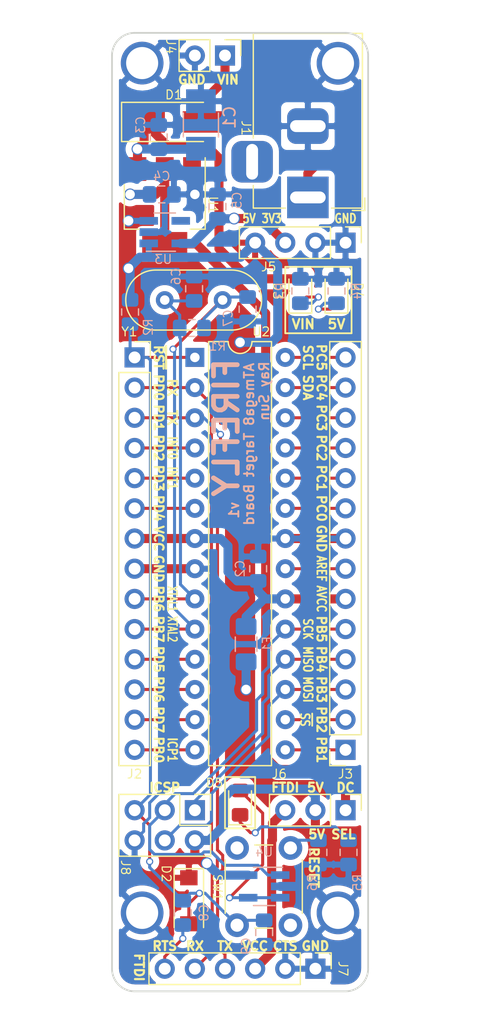
<source format=kicad_pcb>
(kicad_pcb (version 20171130) (host pcbnew "(5.0.0)")
  (title_block (title "FireFly v1") (date 2018-09-26) (rev A) (comment 2 "California Institute of Technology") (comment 3 "EE Class of 2020") (comment 4 "Ray Sun"))
  (layers (0 F.Cu signal) (31 B.Cu signal) (34 B.Paste user) (35 F.Paste user) (36 B.SilkS user) (37 F.SilkS user) (38 B.Mask user) (39 F.Mask user) (44 Edge.Cuts user))
  (net 0 "")
  (net 1 GND)
  (net 2 /OSC1)
  (net 3 /OSC2)
  (net 4 /P1)
  (net 5 /RTS#)
  (net 6 /P2)
  (net 7 /P3)
  (net 8 /P4)
  (net 9 /P5)
  (net 10 /P6)
  (net 11 +5V)
  (net 12 /P11)
  (net 13 /P12)
  (net 14 /P13)
  (net 15 /P14)
  (net 16 /P15)
  (net 17 /P16)
  (net 18 /P19)
  (net 19 /P20)
  (net 20 /P23)
  (net 21 /P24)
  (net 22 /P25)
  (net 23 /P26)
  (net 24 /P27)
  (net 25 /P28)
  (net 26 VDD)
  (net 27 +3V3)
  (net 28 "Net-(D3-Pad1)")
  (net 29 "Net-(D4-Pad1)")
  (net 30 /MOSI)
  (net 31 /MISO)
  (net 32 /P21)
  (net 33 "Net-(D5-Pad2)")
  (net 34 "Net-(D5-Pad1)")
  (net 35 "Net-(R6-Pad2)")
  (net 36 "Net-(U3-Pad4)")
  (net 37 /DC_5V)
  (net 38 /USB_5V)
  (net 39 /VIN)
  (module Mounting_Holes:MountingHole_2.7mm_M2.5_Pad (layer F.Cu) (at 159.131 66.693)
    (fp_text reference REF** hide)
    (fp_text value MountingHole_2.7mm_M2.5_Pad)
    (pad 1 thru_hole circle (at 0 0) (size 3.6 3.6) (drill 2.7) (layers *.Cu *.Mask) (net 1 GND))
  )
  (module Connector_PinHeader_2.54mm:PinHeader_2x03_P2.54mm_Vertical (layer F.Cu) (at 147.066 129.54 270)
    (fp_text reference J8 (at 4.826 5.842 270 unlocked) (layer F.SilkS) (effects (font (size 0.75 0.75) (thickness 0.1))))
    (fp_text value Conn_02x03_Odd_Even)
    (pad 6 thru_hole oval (at 2.54 5.08 270) (size 1.7 1.7) (drill 1) (layers *.Cu *.Mask) (net 1 GND))
    (pad 5 thru_hole oval (at 0 5.08 270) (size 1.7 1.7) (drill 1) (layers *.Cu *.Mask) (net 4 /P1))
    (pad 4 thru_hole oval (at 2.54 2.54 270) (size 1.7 1.7) (drill 1) (layers *.Cu *.Mask) (net 30 /MOSI))
    (pad 3 thru_hole oval (at 0 2.54 270) (size 1.7 1.7) (drill 1) (layers *.Cu *.Mask) (net 18 /P19))
    (pad 2 thru_hole oval (at 2.54 0 270) (size 1.7 1.7) (drill 1) (layers *.Cu *.Mask) (net 11 +5V))
    (pad 1 thru_hole rect (at 0 0 270) (size 1.7 1.7) (drill 1) (layers *.Cu *.Mask) (net 31 /MISO))
  )
  (module Mounting_Holes:MountingHole_2.7mm_M2.5_Pad (layer F.Cu) (at 142.621 66.675)
    (fp_text reference REF** hide)
    (fp_text value MountingHole_2.7mm_M2.5_Pad)
    (pad 1 thru_hole circle (at 0 0) (size 3.6 3.6) (drill 2.7) (layers *.Cu *.Mask) (net 1 GND))
  )
  (module Mounting_Holes:MountingHole_2.7mm_M2.5_Pad (layer F.Cu) (at 159.131 138.176)
    (fp_text reference REF** hide)
    (fp_text value MountingHole_2.7mm_M2.5_Pad)
    (pad 1 thru_hole circle (at 0 0) (size 3.6 3.6) (drill 2.7) (layers *.Cu *.Mask) (net 1 GND))
  )
  (module Mounting_Holes:MountingHole_2.7mm_M2.5_Pad (layer F.Cu) (at 142.621 138.176)
    (fp_text reference REF** hide)
    (fp_text value MountingHole_2.7mm_M2.5_Pad)
    (pad 1 thru_hole circle (at 0 0) (size 3.6 3.6) (drill 2.7) (layers *.Cu *.Mask) (net 1 GND))
  )
  (module Button_Switch_THT:SW_PUSH_6mm (layer F.Cu) (at 150.622 139.215 90)
    (fp_text reference SW1 (at 3.175 -1.651 270 unlocked) (layer F.SilkS) (effects (font (size 0.75 0.75) (thickness 0.1))))
    (fp_text value SW_Push)
    (pad 2 thru_hole circle (at 0 4.5 180) (size 2 2) (drill 1.1) (layers *.Cu *.Mask) (net 35 "Net-(R6-Pad2)"))
    (pad 1 thru_hole circle (at 0 0 180) (size 2 2) (drill 1.1) (layers *.Cu *.Mask) (net 4 /P1))
    (pad 2 thru_hole circle (at 6.5 4.5 180) (size 2 2) (drill 1.1) (layers *.Cu *.Mask) (net 35 "Net-(R6-Pad2)"))
    (pad 1 thru_hole circle (at 6.5 0 180) (size 2 2) (drill 1.1) (layers *.Cu *.Mask) (net 4 /P1))
  )
  (module Connector_PinHeader_2.54mm:PinHeader_1x03_P2.54mm_Vertical (layer F.Cu) (at 159.766 129.54 270)
    (fp_text reference J6 (at -3.048 5.588 unlocked) (layer F.SilkS) (effects (font (size 0.75 0.75) (thickness 0.1))))
    (fp_text value Power_Jumper)
    (pad 3 thru_hole oval (at 0 5.08 270) (size 1.7 1.7) (drill 1) (layers *.Cu *.Mask) (net 38 /USB_5V))
    (pad 2 thru_hole oval (at 0 2.54 270) (size 1.7 1.7) (drill 1) (layers *.Cu *.Mask) (net 11 +5V))
    (pad 1 thru_hole rect (at 0 0 270) (size 1.7 1.7) (drill 1) (layers *.Cu *.Mask) (net 37 /DC_5V))
  )
  (module Connector_PinHeader_2.54mm:PinHeader_1x04_P2.54mm_Vertical (layer F.Cu) (at 159.766 81.788 270)
    (fp_text reference J5 (at 2.032 6.477 unlocked) (layer F.SilkS) (effects (font (size 0.75 0.75) (thickness 0.1))))
    (fp_text value Conn_01x04)
    (pad 4 thru_hole oval (at 0 7.62 270) (size 1.7 1.7) (drill 1) (layers *.Cu *.Mask) (net 11 +5V))
    (pad 3 thru_hole oval (at 0 5.08 270) (size 1.7 1.7) (drill 1) (layers *.Cu *.Mask) (net 27 +3V3))
    (pad 2 thru_hole oval (at 0 2.54 270) (size 1.7 1.7) (drill 1) (layers *.Cu *.Mask) (net 1 GND))
    (pad 1 thru_hole rect (at 0 0 270) (size 1.7 1.7) (drill 1) (layers *.Cu *.Mask) (net 1 GND))
  )
  (module Connector_PinHeader_2.54mm:PinHeader_1x06_P2.54mm_Vertical (layer F.Cu) (at 157.226 142.875 270)
    (fp_text reference J7 (at 0 -2.33 270 unlocked) (layer F.SilkS) (effects (font (size 0.75 0.75) (thickness 0.1))))
    (fp_text value Conn_01x06)
    (pad 6 thru_hole oval (at 0 12.7 270) (size 1.7 1.7) (drill 1) (layers *.Cu *.Mask) (net 5 /RTS#))
    (pad 5 thru_hole oval (at 0 10.16 270) (size 1.7 1.7) (drill 1) (layers *.Cu *.Mask) (net 6 /P2))
    (pad 4 thru_hole oval (at 0 7.62 270) (size 1.7 1.7) (drill 1) (layers *.Cu *.Mask) (net 7 /P3))
    (pad 3 thru_hole oval (at 0 5.08 270) (size 1.7 1.7) (drill 1) (layers *.Cu *.Mask) (net 38 /USB_5V))
    (pad 2 thru_hole oval (at 0 2.54 270) (size 1.7 1.7) (drill 1) (layers *.Cu *.Mask) (net 1 GND))
    (pad 1 thru_hole rect (at 0 0 270) (size 1.7 1.7) (drill 1) (layers *.Cu *.Mask) (net 1 GND))
  )
  (module Diodes_SMD:D_2010 (layer F.Cu) (at 146.558 137.16 270)
    (fp_text reference D2 (at -2.286 1.905 270 unlocked) (layer F.SilkS) (effects (font (size 0.75 0.75) (thickness 0.1))))
    (fp_text value CD1206-S01575)
    (pad 1 smd rect (at -1.935 0 270) (size 1.27 1.47) (layers F.Cu F.Paste F.Mask) (net 11 +5V))
    (pad 2 smd rect (at 1.935 0 270) (size 1.27 1.47) (layers F.Cu F.Paste F.Mask) (net 4 /P1))
  )
  (module Package_TO_SOT_SMD:SOT-223-3_TabPin2 (layer F.Cu) (at 144.526 78.74 270)
    (fp_text reference U1 (at -0.127 -4.064 270 unlocked) (layer F.SilkS) (effects (font (size 0.75 0.75) (thickness 0.1))))
    (fp_text value NCP1117-5.0_SOT223 hide)
    (pad 1 smd rect (at -3.15 -2.3 270) (size 2 1.5) (layers F.Cu F.Paste F.Mask) (net 1 GND))
    (pad 3 smd rect (at -3.15 2.3 270) (size 2 1.5) (layers F.Cu F.Paste F.Mask) (net 26 VDD))
    (pad 2 smd rect (at -3.15 0 270) (size 2 1.5) (layers F.Cu F.Paste F.Mask) (net 37 /DC_5V))
    (pad 2 smd rect (at 3.15 0 270) (size 2 3.8) (layers F.Cu F.Paste F.Mask) (net 37 /DC_5V))
  )
  (module Capacitor_SMD:C_0805_2012Metric_Pad1.15x1.40mm_HandSolder (layer B.Cu) (at 152.4 109.22 90)
    (fp_text reference C2 (at 0 -1.524 270) (layer B.SilkS) (effects (font (size 0.75 0.75) (thickness 0.1)) (justify mirror)))
    (fp_text value 0.1uF)
    (pad 2 smd roundrect (at 1.025 0 90) (size 1.15 1.4) (layers B.Cu B.Paste B.Mask) (roundrect_rratio 0.217391) (net 1 GND))
    (pad 1 smd roundrect (at -1.025 0 90) (size 1.15 1.4) (layers B.Cu B.Paste B.Mask) (roundrect_rratio 0.217391) (net 19 /P20))
  )
  (module Capacitor_SMD:C_0805_2012Metric_Pad1.15x1.40mm_HandSolder (layer B.Cu) (at 144.018 72.898 90)
    (fp_text reference C3 (at 1.016 -1.524 90) (layer B.SilkS) (effects (font (size 0.75 0.75) (thickness 0.1)) (justify mirror)))
    (fp_text value 10uF)
    (pad 1 smd roundrect (at -1.025 0 90) (size 1.15 1.4) (layers B.Cu B.Paste B.Mask) (roundrect_rratio 0.217391) (net 26 VDD))
    (pad 2 smd roundrect (at 1.025 0 90) (size 1.15 1.4) (layers B.Cu B.Paste B.Mask) (roundrect_rratio 0.217391) (net 1 GND))
  )
  (module Capacitor_SMD:C_0805_2012Metric_Pad1.15x1.40mm_HandSolder (layer B.Cu) (at 144.272 77.724)
    (fp_text reference C4 (at 0 -1.524) (layer B.SilkS) (effects (font (size 0.75 0.75) (thickness 0.1)) (justify mirror)))
    (fp_text value 10uF)
    (pad 2 smd roundrect (at 1.025 0) (size 1.15 1.4) (layers B.Cu B.Paste B.Mask) (roundrect_rratio 0.217391) (net 1 GND))
    (pad 1 smd roundrect (at -1.025 0) (size 1.15 1.4) (layers B.Cu B.Paste B.Mask) (roundrect_rratio 0.217391) (net 37 /DC_5V))
  )
  (module Capacitor_SMD:C_0805_2012Metric_Pad1.15x1.40mm_HandSolder (layer B.Cu) (at 148.971 78.749 90)
    (fp_text reference C5 (at 0.517 1.65 90 unlocked) (layer B.SilkS) (effects (font (size 0.75 0.75) (thickness 0.1)) (justify mirror)))
    (fp_text value 1uF)
    (pad 2 smd roundrect (at 1.025 0 90) (size 1.15 1.4) (layers B.Cu B.Paste B.Mask) (roundrect_rratio 0.217391) (net 1 GND))
    (pad 1 smd roundrect (at -1.025 0 90) (size 1.15 1.4) (layers B.Cu B.Paste B.Mask) (roundrect_rratio 0.217391) (net 27 +3V3))
  )
  (module Capacitor_SMD:C_0805_2012Metric_Pad1.15x1.40mm_HandSolder (layer B.Cu) (at 147.0025 85.6615 90)
    (fp_text reference C6 (at 1.025 -1.524 90 unlocked) (layer B.SilkS) (effects (font (size 0.75 0.75) (thickness 0.1)) (justify mirror)))
    (fp_text value 20pF)
    (pad 1 smd roundrect (at -1.025 0 90) (size 1.15 1.4) (layers B.Cu B.Paste B.Mask) (roundrect_rratio 0.217391) (net 2 /OSC1))
    (pad 2 smd roundrect (at 1.025 0 90) (size 1.15 1.4) (layers B.Cu B.Paste B.Mask) (roundrect_rratio 0.217391) (net 1 GND))
  )
  (module Capacitor_SMD:C_0805_2012Metric_Pad1.15x1.40mm_HandSolder (layer B.Cu) (at 151.511 87.385 270)
    (fp_text reference C7 (at 0.753 1.65 90 unlocked) (layer B.SilkS) (effects (font (size 0.75 0.75) (thickness 0.1)) (justify mirror)))
    (fp_text value 20pF)
    (pad 2 smd roundrect (at 1.025 0 270) (size 1.15 1.4) (layers B.Cu B.Paste B.Mask) (roundrect_rratio 0.217391) (net 1 GND))
    (pad 1 smd roundrect (at -1.025 0 270) (size 1.15 1.4) (layers B.Cu B.Paste B.Mask) (roundrect_rratio 0.217391) (net 3 /OSC2))
  )
  (module Capacitor_SMD:C_0805_2012Metric_Pad1.15x1.40mm_HandSolder (layer B.Cu) (at 146.05 138.176 90)
    (fp_text reference C8 (at 0 1.778 270) (layer B.SilkS) (effects (font (size 0.75 0.75) (thickness 0.1)) (justify mirror)))
    (fp_text value 0.1uF)
    (pad 1 smd roundrect (at -1.025 0 90) (size 1.15 1.4) (layers B.Cu B.Paste B.Mask) (roundrect_rratio 0.217391) (net 5 /RTS#))
    (pad 2 smd roundrect (at 1.025 0 90) (size 1.15 1.4) (layers B.Cu B.Paste B.Mask) (roundrect_rratio 0.217391) (net 4 /P1))
  )
  (module Capacitor_SMD:C_0805_2012Metric_Pad1.15x1.40mm_HandSolder (layer B.Cu) (at 152.908 139.827 270)
    (fp_text reference C9 (at 1.143 1.524 270) (layer B.SilkS) (effects (font (size 0.75 0.75) (thickness 0.1)) (justify mirror)))
    (fp_text value 1uF)
    (pad 1 smd roundrect (at -1.025 0 270) (size 1.15 1.4) (layers B.Cu B.Paste B.Mask) (roundrect_rratio 0.217391) (net 4 /P1))
    (pad 2 smd roundrect (at 1.025 0 270) (size 1.15 1.4) (layers B.Cu B.Paste B.Mask) (roundrect_rratio 0.217391) (net 1 GND))
  )
  (module Diode_SMD:D_SMA_Handsoldering (layer F.Cu) (at 145.288 71.628)
    (fp_text reference D1 (at 0 -2.286) (layer F.SilkS) (effects (font (size 0.75 0.75) (thickness 0.1))))
    (fp_text value M7)
    (pad 2 smd rect (at 2.5 0) (size 3.5 1.8) (layers F.Cu F.Paste F.Mask) (net 39 /VIN))
    (pad 1 smd rect (at -2.5 0) (size 3.5 1.8) (layers F.Cu F.Paste F.Mask) (net 26 VDD))
  )
  (module LED_SMD:LED_0805_2012Metric_Pad1.15x1.40mm_HandSolder (layer F.Cu) (at 155.956 85.852 90)
    (fp_text reference D3 (at 0 -1.905 270 unlocked) (layer F.SilkS) (effects (font (size 0.75 0.75) (thickness 0.1))))
    (fp_text value "LTST-C171KRKT ")
    (pad 2 smd roundrect (at 1.025 0 90) (size 1.15 1.4) (layers F.Cu F.Paste F.Mask) (roundrect_rratio 0.217391) (net 26 VDD))
    (pad 1 smd roundrect (at -1.025 0 90) (size 1.15 1.4) (layers F.Cu F.Paste F.Mask) (roundrect_rratio 0.217391) (net 28 "Net-(D3-Pad1)"))
  )
  (module LED_SMD:LED_0805_2012Metric_Pad1.15x1.40mm_HandSolder (layer F.Cu) (at 159.004 85.852 90)
    (fp_text reference D4 (at 0 1.8415 270 unlocked) (layer F.SilkS) (effects (font (size 0.75 0.75) (thickness 0.1))))
    (fp_text value "LTST-C171KGKT ")
    (pad 1 smd roundrect (at -1.025 0 90) (size 1.15 1.4) (layers F.Cu F.Paste F.Mask) (roundrect_rratio 0.217391) (net 29 "Net-(D4-Pad1)"))
    (pad 2 smd roundrect (at 1.025 0 90) (size 1.15 1.4) (layers F.Cu F.Paste F.Mask) (roundrect_rratio 0.217391) (net 11 +5V))
  )
  (module LED_SMD:LED_0805_2012Metric_Pad1.15x1.40mm_HandSolder (layer F.Cu) (at 150.876 128.905 90)
    (fp_text reference D5 (at 1.651 -2.159) (layer F.SilkS) (effects (font (size 0.75 0.75) (thickness 0.1))))
    (fp_text value LTST-C171TBKT)
    (pad 2 smd roundrect (at 1.025 0 90) (size 1.15 1.4) (layers F.Cu F.Paste F.Mask) (roundrect_rratio 0.217391) (net 33 "Net-(D5-Pad2)"))
    (pad 1 smd roundrect (at -1.025 0 90) (size 1.15 1.4) (layers F.Cu F.Paste F.Mask) (roundrect_rratio 0.217391) (net 34 "Net-(D5-Pad1)"))
  )
  (module Fuse:Fuse_1206_3216Metric_Pad1.42x1.75mm_HandSolder (layer B.Cu) (at 151.384 115.57 90)
    (fp_text reference F1 (at 0 1.778 90) (layer B.SilkS) (effects (font (size 0.75 0.75) (thickness 0.1)) (justify mirror)))
    (fp_text value 200mA)
    (pad 2 smd roundrect (at 1.4875 0 90) (size 1.425 1.75) (layers B.Cu B.Paste B.Mask) (roundrect_rratio 0.175439) (net 19 /P20))
    (pad 1 smd roundrect (at -1.4875 0 90) (size 1.425 1.75) (layers B.Cu B.Paste B.Mask) (roundrect_rratio 0.175439) (net 11 +5V))
  )
  (module Connector_BarrelJack:BarrelJack_Horizontal (layer F.Cu) (at 156.591 77.978 270)
    (fp_text reference J1 (at -5.842 5.207 270 unlocked) (layer F.SilkS) (effects (font (size 0.75 0.75) (thickness 0.1))))
    (fp_text value Barrel_Jack)
    (pad 3 thru_hole roundrect (at -3 4.7 270) (size 3.5 3.5) (drill oval 3 1) (layers *.Cu *.Mask))
    (pad 2 thru_hole roundrect (at -6 0 270) (size 3 3.5) (drill oval 1 3) (layers *.Cu *.Mask) (net 1 GND))
    (pad 1 thru_hole rect (at 0 0 270) (size 3.5 3.5) (drill oval 1 3) (layers *.Cu *.Mask) (net 39 /VIN))
  )
  (module Connector_PinSocket_2.54mm:PinSocket_1x14_P2.54mm_Vertical (layer F.Cu) (at 141.986 91.44)
    (fp_text reference J2 (at 0 35.052) (layer F.SilkS) (effects (font (size 0.75 0.75) (thickness 0.1))))
    (fp_text value Conn_01x14)
    (pad 1 thru_hole rect (at 0 0) (size 1.7 1.7) (drill 1) (layers *.Cu *.Mask) (net 4 /P1))
    (pad 2 thru_hole oval (at 0 2.54) (size 1.7 1.7) (drill 1) (layers *.Cu *.Mask) (net 6 /P2))
    (pad 3 thru_hole oval (at 0 5.08) (size 1.7 1.7) (drill 1) (layers *.Cu *.Mask) (net 7 /P3))
    (pad 4 thru_hole oval (at 0 7.62) (size 1.7 1.7) (drill 1) (layers *.Cu *.Mask) (net 8 /P4))
    (pad 5 thru_hole oval (at 0 10.16) (size 1.7 1.7) (drill 1) (layers *.Cu *.Mask) (net 9 /P5))
    (pad 6 thru_hole oval (at 0 12.7) (size 1.7 1.7) (drill 1) (layers *.Cu *.Mask) (net 10 /P6))
    (pad 7 thru_hole oval (at 0 15.24) (size 1.7 1.7) (drill 1) (layers *.Cu *.Mask) (net 19 /P20))
    (pad 8 thru_hole oval (at 0 17.78) (size 1.7 1.7) (drill 1) (layers *.Cu *.Mask) (net 1 GND))
    (pad 9 thru_hole oval (at 0 20.32) (size 1.7 1.7) (drill 1) (layers *.Cu *.Mask) (net 2 /OSC1))
    (pad 10 thru_hole oval (at 0 22.86) (size 1.7 1.7) (drill 1) (layers *.Cu *.Mask) (net 3 /OSC2))
    (pad 11 thru_hole oval (at 0 25.4) (size 1.7 1.7) (drill 1) (layers *.Cu *.Mask) (net 12 /P11))
    (pad 12 thru_hole oval (at 0 27.94) (size 1.7 1.7) (drill 1) (layers *.Cu *.Mask) (net 13 /P12))
    (pad 13 thru_hole oval (at 0 30.48) (size 1.7 1.7) (drill 1) (layers *.Cu *.Mask) (net 14 /P13))
    (pad 14 thru_hole oval (at 0 33.02) (size 1.7 1.7) (drill 1) (layers *.Cu *.Mask) (net 15 /P14))
  )
  (module Connector_PinSocket_2.54mm:PinSocket_1x14_P2.54mm_Vertical (layer F.Cu) (at 159.766 124.46 180)
    (fp_text reference J3 (at 0 -2.032 180) (layer F.SilkS) (effects (font (size 0.75 0.75) (thickness 0.1))))
    (fp_text value Conn_01x14)
    (pad 14 thru_hole oval (at 0 33.02 180) (size 1.7 1.7) (drill 1) (layers *.Cu *.Mask) (net 25 /P28))
    (pad 13 thru_hole oval (at 0 30.48 180) (size 1.7 1.7) (drill 1) (layers *.Cu *.Mask) (net 24 /P27))
    (pad 12 thru_hole oval (at 0 27.94 180) (size 1.7 1.7) (drill 1) (layers *.Cu *.Mask) (net 23 /P26))
    (pad 11 thru_hole oval (at 0 25.4 180) (size 1.7 1.7) (drill 1) (layers *.Cu *.Mask) (net 22 /P25))
    (pad 10 thru_hole oval (at 0 22.86 180) (size 1.7 1.7) (drill 1) (layers *.Cu *.Mask) (net 21 /P24))
    (pad 9 thru_hole oval (at 0 20.32 180) (size 1.7 1.7) (drill 1) (layers *.Cu *.Mask) (net 20 /P23))
    (pad 8 thru_hole oval (at 0 17.78 180) (size 1.7 1.7) (drill 1) (layers *.Cu *.Mask) (net 1 GND))
    (pad 7 thru_hole oval (at 0 15.24 180) (size 1.7 1.7) (drill 1) (layers *.Cu *.Mask) (net 32 /P21))
    (pad 6 thru_hole oval (at 0 12.7 180) (size 1.7 1.7) (drill 1) (layers *.Cu *.Mask) (net 19 /P20))
    (pad 5 thru_hole oval (at 0 10.16 180) (size 1.7 1.7) (drill 1) (layers *.Cu *.Mask) (net 18 /P19))
    (pad 4 thru_hole oval (at 0 7.62 180) (size 1.7 1.7) (drill 1) (layers *.Cu *.Mask) (net 31 /MISO))
    (pad 3 thru_hole oval (at 0 5.08 180) (size 1.7 1.7) (drill 1) (layers *.Cu *.Mask) (net 30 /MOSI))
    (pad 2 thru_hole oval (at 0 2.54 180) (size 1.7 1.7) (drill 1) (layers *.Cu *.Mask) (net 17 /P16))
    (pad 1 thru_hole rect (at 0 0 180) (size 1.7 1.7) (drill 1) (layers *.Cu *.Mask) (net 16 /P15))
  )
  (module Connector_PinHeader_2.54mm:PinHeader_1x02_P2.54mm_Vertical (layer F.Cu) (at 149.606 66.04 270)
    (fp_text reference J4 (at -0.762 4.572 270 unlocked) (layer F.SilkS) (effects (font (size 0.75 0.75) (thickness 0.1))))
    (fp_text value Conn_01x02)
    (pad 2 thru_hole oval (at 0 2.54 270) (size 1.7 1.7) (drill 1) (layers *.Cu *.Mask) (net 1 GND))
    (pad 1 thru_hole rect (at 0 0 270) (size 1.7 1.7) (drill 1) (layers *.Cu *.Mask) (net 39 /VIN))
  )
  (module Resistor_SMD:R_0805_2012Metric_Pad1.15x1.40mm_HandSolder (layer B.Cu) (at 146.812 88.9635)
    (fp_text reference R1 (at 2.159 1.524) (layer B.SilkS) (effects (font (size 0.75 0.75) (thickness 0.1)) (justify mirror)))
    (fp_text value 1M)
    (pad 2 smd roundrect (at 1.025 0) (size 1.15 1.4) (layers B.Cu B.Paste B.Mask) (roundrect_rratio 0.217391) (net 3 /OSC2))
    (pad 1 smd roundrect (at -1.025 0) (size 1.15 1.4) (layers B.Cu B.Paste B.Mask) (roundrect_rratio 0.217391) (net 2 /OSC1))
  )
  (module Resistor_SMD:R_0805_2012Metric_Pad1.15x1.40mm_HandSolder (layer B.Cu) (at 141.605 87.621 270)
    (fp_text reference R2 (at 1.279 -1.524 90 unlocked) (layer B.SilkS) (effects (font (size 0.75 0.75) (thickness 0.1)) (justify mirror)))
    (fp_text value 10K)
    (pad 1 smd roundrect (at -1.025 0 270) (size 1.15 1.4) (layers B.Cu B.Paste B.Mask) (roundrect_rratio 0.217391) (net 11 +5V))
    (pad 2 smd roundrect (at 1.025 0 270) (size 1.15 1.4) (layers B.Cu B.Paste B.Mask) (roundrect_rratio 0.217391) (net 4 /P1))
  )
  (module Resistor_SMD:R_0805_2012Metric_Pad1.15x1.40mm_HandSolder (layer B.Cu) (at 155.956 85.852 90)
    (fp_text reference R3 (at 0 -1.651 90 unlocked) (layer B.SilkS) (effects (font (size 0.75 0.75) (thickness 0.1)) (justify mirror)))
    (fp_text value 2K)
    (pad 2 smd roundrect (at 1.025 0 90) (size 1.15 1.4) (layers B.Cu B.Paste B.Mask) (roundrect_rratio 0.217391) (net 1 GND))
    (pad 1 smd roundrect (at -1.025 0 90) (size 1.15 1.4) (layers B.Cu B.Paste B.Mask) (roundrect_rratio 0.217391) (net 28 "Net-(D3-Pad1)"))
  )
  (module Resistor_SMD:R_0805_2012Metric_Pad1.15x1.40mm_HandSolder (layer B.Cu) (at 159.004 85.852 90)
    (fp_text reference R4 (at 0 1.65 90 unlocked) (layer B.SilkS) (effects (font (size 0.75 0.75) (thickness 0.1)) (justify mirror)))
    (fp_text value 10K)
    (pad 1 smd roundrect (at -1.025 0 90) (size 1.15 1.4) (layers B.Cu B.Paste B.Mask) (roundrect_rratio 0.217391) (net 29 "Net-(D4-Pad1)"))
    (pad 2 smd roundrect (at 1.025 0 90) (size 1.15 1.4) (layers B.Cu B.Paste B.Mask) (roundrect_rratio 0.217391) (net 1 GND))
  )
  (module Resistor_SMD:R_0805_2012Metric_Pad1.15x1.40mm_HandSolder (layer B.Cu) (at 160.02 133.087 270)
    (fp_text reference R5 (at 2.54 -0.762 270) (layer B.SilkS) (effects (font (size 0.75 0.75) (thickness 0.1)) (justify mirror)))
    (fp_text value 560)
    (pad 1 smd roundrect (at -1.025 0 270) (size 1.15 1.4) (layers B.Cu B.Paste B.Mask) (roundrect_rratio 0.217391) (net 34 "Net-(D5-Pad1)"))
    (pad 2 smd roundrect (at 1.025 0 270) (size 1.15 1.4) (layers B.Cu B.Paste B.Mask) (roundrect_rratio 0.217391) (net 1 GND))
  )
  (module Resistor_SMD:R_0805_2012Metric_Pad1.15x1.40mm_HandSolder (layer B.Cu) (at 157.48 133.087 90)
    (fp_text reference R6 (at -2.54 -0.508 90) (layer B.SilkS) (effects (font (size 0.75 0.75) (thickness 0.1)) (justify mirror)))
    (fp_text value 100)
    (pad 2 smd roundrect (at 1.025 0 90) (size 1.15 1.4) (layers B.Cu B.Paste B.Mask) (roundrect_rratio 0.217391) (net 35 "Net-(R6-Pad2)"))
    (pad 1 smd roundrect (at -1.025 0 90) (size 1.15 1.4) (layers B.Cu B.Paste B.Mask) (roundrect_rratio 0.217391) (net 1 GND))
  )
  (module Package_DIP:DIP-28_W7.62mm (layer F.Cu) (at 147.066 91.44)
    (fp_text reference U2 (at 5.588 -2.159) (layer F.SilkS) (effects (font (size 0.75 0.75) (thickness 0.1))))
    (fp_text value ATmega328P-PU)
    (pad 28 thru_hole oval (at 7.62 0) (size 1.6 1.6) (drill 0.8) (layers *.Cu *.Mask) (net 25 /P28))
    (pad 14 thru_hole oval (at 0 33.02) (size 1.6 1.6) (drill 0.8) (layers *.Cu *.Mask) (net 15 /P14))
    (pad 27 thru_hole oval (at 7.62 2.54) (size 1.6 1.6) (drill 0.8) (layers *.Cu *.Mask) (net 24 /P27))
    (pad 13 thru_hole oval (at 0 30.48) (size 1.6 1.6) (drill 0.8) (layers *.Cu *.Mask) (net 14 /P13))
    (pad 26 thru_hole oval (at 7.62 5.08) (size 1.6 1.6) (drill 0.8) (layers *.Cu *.Mask) (net 23 /P26))
    (pad 12 thru_hole oval (at 0 27.94) (size 1.6 1.6) (drill 0.8) (layers *.Cu *.Mask) (net 13 /P12))
    (pad 25 thru_hole oval (at 7.62 7.62) (size 1.6 1.6) (drill 0.8) (layers *.Cu *.Mask) (net 22 /P25))
    (pad 11 thru_hole oval (at 0 25.4) (size 1.6 1.6) (drill 0.8) (layers *.Cu *.Mask) (net 12 /P11))
    (pad 24 thru_hole oval (at 7.62 10.16) (size 1.6 1.6) (drill 0.8) (layers *.Cu *.Mask) (net 21 /P24))
    (pad 10 thru_hole oval (at 0 22.86) (size 1.6 1.6) (drill 0.8) (layers *.Cu *.Mask) (net 3 /OSC2))
    (pad 23 thru_hole oval (at 7.62 12.7) (size 1.6 1.6) (drill 0.8) (layers *.Cu *.Mask) (net 20 /P23))
    (pad 9 thru_hole oval (at 0 20.32) (size 1.6 1.6) (drill 0.8) (layers *.Cu *.Mask) (net 2 /OSC1))
    (pad 22 thru_hole oval (at 7.62 15.24) (size 1.6 1.6) (drill 0.8) (layers *.Cu *.Mask) (net 1 GND))
    (pad 8 thru_hole oval (at 0 17.78) (size 1.6 1.6) (drill 0.8) (layers *.Cu *.Mask) (net 1 GND))
    (pad 21 thru_hole oval (at 7.62 17.78) (size 1.6 1.6) (drill 0.8) (layers *.Cu *.Mask) (net 32 /P21))
    (pad 7 thru_hole oval (at 0 15.24) (size 1.6 1.6) (drill 0.8) (layers *.Cu *.Mask) (net 19 /P20))
    (pad 20 thru_hole oval (at 7.62 20.32) (size 1.6 1.6) (drill 0.8) (layers *.Cu *.Mask) (net 19 /P20))
    (pad 6 thru_hole oval (at 0 12.7) (size 1.6 1.6) (drill 0.8) (layers *.Cu *.Mask) (net 10 /P6))
    (pad 19 thru_hole oval (at 7.62 22.86) (size 1.6 1.6) (drill 0.8) (layers *.Cu *.Mask) (net 18 /P19))
    (pad 5 thru_hole oval (at 0 10.16) (size 1.6 1.6) (drill 0.8) (layers *.Cu *.Mask) (net 9 /P5))
    (pad 18 thru_hole oval (at 7.62 25.4) (size 1.6 1.6) (drill 0.8) (layers *.Cu *.Mask) (net 31 /MISO))
    (pad 4 thru_hole oval (at 0 7.62) (size 1.6 1.6) (drill 0.8) (layers *.Cu *.Mask) (net 8 /P4))
    (pad 17 thru_hole oval (at 7.62 27.94) (size 1.6 1.6) (drill 0.8) (layers *.Cu *.Mask) (net 30 /MOSI))
    (pad 3 thru_hole oval (at 0 5.08) (size 1.6 1.6) (drill 0.8) (layers *.Cu *.Mask) (net 7 /P3))
    (pad 16 thru_hole oval (at 7.62 30.48) (size 1.6 1.6) (drill 0.8) (layers *.Cu *.Mask) (net 17 /P16))
    (pad 2 thru_hole oval (at 0 2.54) (size 1.6 1.6) (drill 0.8) (layers *.Cu *.Mask) (net 6 /P2))
    (pad 15 thru_hole oval (at 7.62 33.02) (size 1.6 1.6) (drill 0.8) (layers *.Cu *.Mask) (net 16 /P15))
    (pad 1 thru_hole rect (at 0 0) (size 1.6 1.6) (drill 0.8) (layers *.Cu *.Mask) (net 4 /P1))
  )
  (module Package_TO_SOT_SMD:SOT-23-5_HandSoldering (layer B.Cu) (at 144.526 80.899)
    (fp_text reference U3 (at -0.127 2.286) (layer B.SilkS) (effects (font (size 0.75 0.75) (thickness 0.1)) (justify mirror)))
    (fp_text value LP2985-3.3)
    (pad 5 smd rect (at 1.35 0.95) (size 1.56 0.65) (layers B.Cu B.Paste B.Mask) (net 27 +3V3))
    (pad 4 smd rect (at 1.35 -0.95) (size 1.56 0.65) (layers B.Cu B.Paste B.Mask) (net 36 "Net-(U3-Pad4)"))
    (pad 3 smd rect (at -1.35 -0.95) (size 1.56 0.65) (layers B.Cu B.Paste B.Mask) (net 11 +5V))
    (pad 2 smd rect (at -1.35 0) (size 1.56 0.65) (layers B.Cu B.Paste B.Mask) (net 1 GND))
    (pad 1 smd rect (at -1.35 0.95) (size 1.56 0.65) (layers B.Cu B.Paste B.Mask) (net 11 +5V))
  )
  (module Package_TO_SOT_SMD:SOT-23-5_HandSoldering (layer B.Cu) (at 152.908 135.951 180)
    (fp_text reference U4 (at 0 2.9 180) (layer B.SilkS) (effects (font (size 0.75 0.75) (thickness 0.1)) (justify mirror)))
    (fp_text value LMV321)
    (pad 1 smd rect (at -1.35 0.95 180) (size 1.56 0.65) (layers B.Cu B.Paste B.Mask) (net 18 /P19))
    (pad 2 smd rect (at -1.35 0 180) (size 1.56 0.65) (layers B.Cu B.Paste B.Mask) (net 1 GND))
    (pad 3 smd rect (at -1.35 -0.95 180) (size 1.56 0.65) (layers B.Cu B.Paste B.Mask) (net 33 "Net-(D5-Pad2)"))
    (pad 4 smd rect (at 1.35 -0.95 180) (size 1.56 0.65) (layers B.Cu B.Paste B.Mask) (net 33 "Net-(D5-Pad2)"))
    (pad 5 smd rect (at 1.35 0.95 180) (size 1.56 0.65) (layers B.Cu B.Paste B.Mask) (net 11 +5V))
  )
  (module Crystal:Crystal_HC49-4H_Vertical (layer F.Cu) (at 144.526 86.614)
    (fp_text reference Y1 (at -2.9845 2.667) (layer F.SilkS) (effects (font (size 0.75 0.75) (thickness 0.1))))
    (fp_text value "16 MHz")
    (pad 2 thru_hole circle (at 4.88 0) (size 1.5 1.5) (drill 0.8) (layers *.Cu *.Mask) (net 3 /OSC2))
    (pad 1 thru_hole circle (at 0 0) (size 1.5 1.5) (drill 0.8) (layers *.Cu *.Mask) (net 2 /OSC1))
  )
  (module Capacitors_SMD:C_1210_HandSoldering (layer B.Cu) (at 147.574 71.882 90)
    (fp_text reference C1 (at 0.635 2.413 90) (layer B.SilkS) (effects (justify mirror)))
    (fp_text value 10uF)
    (pad 2 smd rect (at 2 0 90) (size 2 2.5) (layers B.Cu B.Paste B.Mask) (net 1 GND))
    (pad 1 smd rect (at -2 0 90) (size 2 2.5) (layers B.Cu B.Paste B.Mask) (net 26 VDD))
  )
  (gr_text "5V SEL" (at 158.623 131.572) (layer F.SilkS) (effects (font (size 0.75 0.75) (thickness 0.1875))))
  (gr_text FTDI (at 142.358 142.766 270) (layer F.SilkS) (effects (font (size 0.75 0.75) (thickness 0.1875))))
  (gr_text 3V3 (at 153.543 79.756) (layer F.SilkS) (effects (font (size 0.75 0.6))))
  (gr_text 5V (at 151.638 79.756) (layer F.SilkS) (effects (font (size 0.75 0.6))))
  (gr_text GND (at 159.766 79.756) (layer F.SilkS) (effects (font (size 0.75 0.6))))
  (gr_text v1 (at 150.368 103.505 90) (layer B.SilkS) (effects (font (size 0.8 0.8) (thickness 0.16)) (justify left mirror)))
  (gr_text VIN (at 149.86 68.072) (layer F.SilkS) (effects (font (size 0.75 0.75) (thickness 0.1875))))
  (gr_text GND (at 146.812 68.072) (layer F.SilkS) (effects (font (size 0.75 0.75) (thickness 0.1875))))
  (gr_text SDA (at 156.591 93.98 270) (layer F.SilkS) (effects (font (size 0.75 0.75) (thickness 0.18))))
  (gr_text SCL (at 156.591 91.44 270) (layer F.SilkS) (effects (font (size 0.75 0.75) (thickness 0.18))))
  (gr_text "PC5\n" (at 157.734 91.44 270) (layer F.SilkS) (effects (font (size 0.75 0.75) (thickness 0.18))))
  (gr_text "PC4\n" (at 157.734 93.98 270) (layer F.SilkS) (effects (font (size 0.75 0.75) (thickness 0.18))))
  (gr_text "PC3\n" (at 157.734 96.52 270) (layer F.SilkS) (effects (font (size 0.75 0.75) (thickness 0.18))))
  (gr_text "PC2\n" (at 157.734 99.06 270) (layer F.SilkS) (effects (font (size 0.75 0.75) (thickness 0.18))))
  (gr_text "PC1\n" (at 157.734 101.6 270) (layer F.SilkS) (effects (font (size 0.75 0.75) (thickness 0.18))))
  (gr_text "PC0\n" (at 157.734 104.14 270) (layer F.SilkS) (effects (font (size 0.75 0.75) (thickness 0.18))))
  (gr_text ICP1 (at 145.161 124.46 270) (layer F.SilkS) (effects (font (size 0.75 0.6))))
  (gr_text INT1 (at 145.161 101.6 270) (layer F.SilkS) (effects (font (size 0.75 0.6))))
  (gr_text INT0 (at 145.161 99.06 270) (layer F.SilkS) (effects (font (size 0.75 0.6))))
  (gr_text GND (at 157.734 106.68 270) (layer F.SilkS) (effects (font (size 0.75 0.75) (thickness 0.18))))
  (gr_text ~SS (at 156.337 121.92 270) (layer F.SilkS) (effects (font (size 0.75 0.6))))
  (gr_text MOSI (at 156.591 119.38 270) (layer F.SilkS) (effects (font (size 0.75 0.6))))
  (gr_text MISO (at 156.591 116.84 270) (layer F.SilkS) (effects (font (size 0.75 0.6))))
  (gr_text SCK (at 156.591 114.3 270) (layer F.SilkS) (effects (font (size 0.75 0.6))))
  (gr_text AREF (at 157.734 109.22 270) (layer F.SilkS) (effects (font (size 0.75 0.6))))
  (gr_text VCC (at 144.018 106.68 270) (layer F.SilkS) (effects (font (size 0.75 0.75) (thickness 0.18))))
  (gr_text PB5 (at 157.734 114.3 270) (layer F.SilkS) (effects (font (size 0.75 0.75) (thickness 0.18))))
  (gr_text PB4 (at 157.734 116.84 270) (layer F.SilkS) (effects (font (size 0.75 0.75) (thickness 0.18))))
  (gr_text PB3 (at 157.734 119.38 270) (layer F.SilkS) (effects (font (size 0.75 0.75) (thickness 0.18))))
  (gr_text PB2 (at 157.734 121.92 270) (layer F.SilkS) (effects (font (size 0.75 0.75) (thickness 0.18))))
  (gr_text PB1 (at 157.734 124.46 270) (layer F.SilkS) (effects (font (size 0.75 0.75) (thickness 0.18))))
  (gr_text PB0 (at 144.018 124.46 270) (layer F.SilkS) (effects (font (size 0.75 0.75) (thickness 0.18))))
  (gr_text PD7 (at 144.018 121.92 270) (layer F.SilkS) (effects (font (size 0.75 0.75) (thickness 0.18))))
  (gr_text PD6 (at 144.018 119.38 270) (layer F.SilkS) (effects (font (size 0.75 0.75) (thickness 0.18))))
  (gr_text PD5 (at 144.018 116.84 270) (layer F.SilkS) (effects (font (size 0.75 0.75) (thickness 0.18))))
  (gr_text "XTAL2\n" (at 145.161 114.3 270) (layer F.SilkS) (effects (font (size 0.75 0.5) (thickness 0.125))))
  (gr_text XTAL1 (at 145.161 111.76 270) (layer F.SilkS) (effects (font (size 0.75 0.5) (thickness 0.125))))
  (gr_text PB7 (at 144.018 114.3 270) (layer F.SilkS) (effects (font (size 0.75 0.75) (thickness 0.18))))
  (gr_text PB6 (at 144.018 111.76 270) (layer F.SilkS) (effects (font (size 0.75 0.75) (thickness 0.18))))
  (gr_text GND (at 144.018 109.22 270) (layer F.SilkS) (effects (font (size 0.75 0.75) (thickness 0.18))))
  (gr_text AVCC (at 157.734 111.76 270) (layer F.SilkS) (effects (font (size 0.75 0.6))))
  (gr_text PD4 (at 144.018 104.14 270) (layer F.SilkS) (effects (font (size 0.75 0.75) (thickness 0.18))))
  (gr_text PD3 (at 144.018 101.6 270) (layer F.SilkS) (effects (font (size 0.75 0.75) (thickness 0.18))))
  (gr_text PD2 (at 144.018 99.06 270) (layer F.SilkS) (effects (font (size 0.75 0.75) (thickness 0.18))))
  (gr_text TX (at 145.161 96.52 270) (layer F.SilkS) (effects (font (size 0.75 0.75) (thickness 0.18))))
  (gr_text RX (at 145.161 93.98 270) (layer F.SilkS) (effects (font (size 0.75 0.75) (thickness 0.18))))
  (gr_text PD1 (at 144.018 96.52 270) (layer F.SilkS) (effects (font (size 0.75 0.75) (thickness 0.18))))
  (gr_text PD0 (at 144.018 93.98 270) (layer F.SilkS) (effects (font (size 0.75 0.75) (thickness 0.18))))
  (gr_text ~RST (at 144.018 91.44 270) (layer F.SilkS) (effects (font (size 0.75 0.75) (thickness 0.18))))
  (gr_text 5V (at 159.004 88.646) (layer F.SilkS) (effects (font (size 0.8 0.8) (thickness 0.18))))
  (gr_text VIN (at 156.21 88.646) (layer F.SilkS) (effects (font (size 0.8 0.8) (thickness 0.18))))
  (gr_line (start 160.274 83.82) (end 154.686 83.82) (layer F.SilkS) (width 0.15))
  (gr_line (start 160.274 89.408) (end 160.274 83.82) (layer F.SilkS) (width 0.15))
  (gr_line (start 154.686 89.408) (end 160.274 89.408) (layer F.SilkS) (width 0.15))
  (gr_line (start 154.686 87.884) (end 154.686 89.408) (layer F.SilkS) (width 0.15))
  (gr_line (start 154.686 83.82) (end 154.686 87.884) (layer F.SilkS) (width 0.15))
  (gr_arc (start 141.986 142.875) (end 140.081 142.875) (angle -90) (layer Edge.Cuts) (width 0.15))
  (gr_arc (start 159.766 142.875) (end 159.766 144.78) (angle -90) (layer Edge.Cuts) (width 0.15))
  (gr_arc (start 159.766 66.04) (end 161.671 66.04) (angle -90) (layer Edge.Cuts) (width 0.15))
  (gr_arc (start 141.986 66.04) (end 141.986 64.135) (angle -90) (layer Edge.Cuts) (width 0.15))
  (gr_text 5V (at 157.226 127.635) (layer F.SilkS) (effects (font (size 0.75 0.75) (thickness 0.1875))))
  (gr_text DC (at 159.766 127.635) (layer F.SilkS) (effects (font (size 0.75 0.75) (thickness 0.1875))))
  (gr_text FTDI (at 154.686 127.635) (layer F.SilkS) (effects (font (size 0.75 0.75) (thickness 0.1875))))
  (gr_text ICSP (at 144.526 127.635) (layer F.SilkS) (effects (font (size 0.75 0.75) (thickness 0.1875))))
  (gr_text "Ray Sun" (at 152.908 91.694 90) (layer B.SilkS) (effects (font (size 0.8 0.8) (thickness 0.16)) (justify left mirror)))
  (gr_text "ATmega8 Target Board" (at 151.638 91.821 90) (layer B.SilkS) (effects (font (size 0.8 0.8) (thickness 0.16)) (justify left mirror)))
  (gr_text FIREFLY (at 149.733 91.313 90) (layer B.SilkS) (effects (font (size 2 2) (thickness 0.4)) (justify left mirror)))
  (gr_text RESET (at 157.099 134.366 270) (layer F.SilkS) (effects (font (size 0.75 0.75) (thickness 0.1875))))
  (gr_line (start 152.146 126.746) (end 149.606 126.746) (layer F.SilkS) (width 0.15))
  (gr_line (start 152.146 131.064) (end 152.146 126.746) (layer F.SilkS) (width 0.15))
  (gr_line (start 149.606 131.064) (end 152.146 131.064) (layer F.SilkS) (width 0.15))
  (gr_line (start 149.606 126.746) (end 149.606 131.064) (layer F.SilkS) (width 0.15))
  (gr_line (start 159.766 64.135) (end 141.986 64.135) (layer Edge.Cuts) (width 0.15))
  (gr_line (start 161.671 142.875) (end 161.671 66.04) (layer Edge.Cuts) (width 0.15))
  (gr_line (start 141.986 144.78) (end 159.766 144.78) (layer Edge.Cuts) (width 0.15))
  (gr_line (start 140.081 66.04) (end 140.081 142.875) (layer Edge.Cuts) (width 0.15))
  (gr_text RTS (at 144.526 140.97) (layer F.SilkS) (effects (font (size 0.75 0.75) (thickness 0.1875))))
  (gr_text RX (at 147.066 140.97) (layer F.SilkS) (effects (font (size 0.75 0.75) (thickness 0.1875))))
  (gr_text TX (at 149.606 140.97) (layer F.SilkS) (effects (font (size 0.75 0.75) (thickness 0.1875))))
  (gr_text GND (at 157.226 140.97) (layer F.SilkS) (effects (font (size 0.75 0.75) (thickness 0.1875))))
  (gr_text CTS (at 154.686 140.97) (layer F.SilkS) (effects (font (size 0.75 0.75) (thickness 0.1875))))
  (gr_text VCC (at 152.146 140.97) (layer F.SilkS) (effects (font (size 0.75 0.75) (thickness 0.1875))))
  (via (at 147.066 77.724) (size 1) (drill 0.8) (layers F.Cu B.Cu) (net 1))
  (segment (start 146.826 75.59) (end 146.826 77.484) (width 0.762) (layer F.Cu) (net 1))
  (segment (start 146.826 77.484) (end 147.066 77.724) (width 0.762) (layer F.Cu) (net 1))
  (segment (start 141.986 109.22) (end 147.066 109.22) (width 0.762) (layer F.Cu) (net 1))
  (segment (start 154.686 106.68) (end 159.766 106.68) (width 0.762) (layer F.Cu) (net 1))
  (segment (start 156.906 135.951) (end 159.131 138.176) (width 0.762) (layer B.Cu) (net 1))
  (segment (start 154.258 135.951) (end 156.906 135.951) (width 0.762) (layer B.Cu) (net 1))
  (segment (start 144.526 78.495) (end 145.297 77.724) (width 0.508) (layer B.Cu) (net 1))
  (segment (start 144.526 80.521202) (end 144.526 78.495) (width 0.508) (layer B.Cu) (net 1))
  (segment (start 143.176 80.899) (end 144.148202 80.899) (width 0.508) (layer B.Cu) (net 1))
  (segment (start 144.148202 80.899) (end 144.526 80.521202) (width 0.508) (layer B.Cu) (net 1))
  (segment (start 141.986 132.08) (end 142.748 131.318) (width 0.254) (layer B.Cu) (net 1))
  (segment (start 142.748 131.318) (end 142.748001 130.675933) (width 0.254) (layer B.Cu) (net 1))
  (segment (start 142.748001 130.675933) (end 143.256 130.167934) (width 0.254) (layer B.Cu) (net 1))
  (segment (start 143.256 128.912066) (end 144.4625 127.705566) (width 0.254) (layer B.Cu) (net 1))
  (segment (start 143.256 130.167934) (end 143.256 128.912066) (width 0.254) (layer B.Cu) (net 1))
  (segment (start 143.188081 111.76) (end 147.066 111.76) (width 0.254) (layer F.Cu) (net 2))
  (segment (start 141.986 111.76) (end 143.188081 111.76) (width 0.254) (layer F.Cu) (net 2))
  (segment (start 145.938999 110.632999) (end 146.266001 110.960001) (width 0.254) (layer B.Cu) (net 2))
  (segment (start 146.266001 110.960001) (end 147.066 111.76) (width 0.254) (layer B.Cu) (net 2))
  (segment (start 147.048 86.36) (end 147.066 86.378) (width 0.254) (layer B.Cu) (net 2))
  (segment (start 145.787 87.875) (end 144.526 86.614) (width 0.254) (layer B.Cu) (net 2))
  (segment (start 145.787 88.9635) (end 145.787 87.875) (width 0.254) (layer B.Cu) (net 2))
  (segment (start 144.5985 86.6865) (end 144.526 86.614) (width 0.254) (layer B.Cu) (net 2))
  (segment (start 147.0025 86.6865) (end 144.5985 86.6865) (width 0.254) (layer B.Cu) (net 2))
  (segment (start 145.851502 110.545502) (end 145.923 110.617) (width 0.254) (layer B.Cu) (net 2))
  (segment (start 145.851502 89.828002) (end 145.851502 110.545502) (width 0.254) (layer B.Cu) (net 2))
  (segment (start 145.787 88.9635) (end 145.787 89.7635) (width 0.254) (layer B.Cu) (net 2))
  (segment (start 145.787 89.7635) (end 145.851502 89.828002) (width 0.254) (layer B.Cu) (net 2))
  (segment (start 141.986 114.3) (end 147.066 114.3) (width 0.254) (layer F.Cu) (net 3))
  (segment (start 147.837 89.446) (end 147.828 89.455) (width 0.254) (layer B.Cu) (net 3))
  (segment (start 147.837 88.646) (end 147.837 89.446) (width 0.254) (layer B.Cu) (net 3))
  (segment (start 147.837 88.183) (end 147.837 88.9635) (width 0.254) (layer B.Cu) (net 3))
  (segment (start 149.406 86.614) (end 147.837 88.183) (width 0.254) (layer B.Cu) (net 3))
  (segment (start 149.66 86.36) (end 149.406 86.614) (width 0.254) (layer B.Cu) (net 3))
  (segment (start 151.511 86.36) (end 149.66 86.36) (width 0.254) (layer B.Cu) (net 3))
  (via (at 145.2245 90.7415) (size 0.6) (drill 0.4) (layers F.Cu B.Cu) (net 3))
  (segment (start 149.352 86.614) (end 149.406 86.614) (width 0.254) (layer F.Cu) (net 3))
  (segment (start 145.2245 90.7415) (end 149.352 86.614) (width 0.254) (layer F.Cu) (net 3))
  (segment (start 145.161 90.805) (end 145.2245 90.7415) (width 0.254) (layer B.Cu) (net 3))
  (segment (start 145.3515 90.8685) (end 145.2245 90.7415) (width 0.254) (layer B.Cu) (net 3))
  (segment (start 147.066 114.3) (end 145.3515 112.5855) (width 0.254) (layer B.Cu) (net 3))
  (segment (start 145.3515 112.5855) (end 145.3515 90.8685) (width 0.254) (layer B.Cu) (net 3))
  (segment (start 141.986 91.44) (end 143.09 91.44) (width 0.254) (layer F.Cu) (net 4))
  (segment (start 143.09 91.44) (end 147.066 91.44) (width 0.254) (layer F.Cu) (net 4))
  (segment (start 150.368 138.811) (end 150.622 139.065) (width 0.254) (layer F.Cu) (net 4))
  (segment (start 146.558 138.43) (end 146.558 138.587) (width 0.254) (layer F.Cu) (net 4))
  (segment (start 146.558 138.43) (end 146.558 139.095) (width 0.254) (layer F.Cu) (net 4))
  (segment (start 146.678 139.215) (end 146.558 139.095) (width 0.254) (layer F.Cu) (net 4))
  (segment (start 141.986 129.54) (end 143.256 130.81) (width 0.254) (layer F.Cu) (net 4))
  (segment (start 143.256 130.81) (end 143.256 133.858) (width 0.254) (layer F.Cu) (net 4))
  (via (at 147.447 136.524978) (size 0.6) (drill 0.4) (layers F.Cu B.Cu) (net 4))
  (segment (start 147.022736 136.524978) (end 147.447 136.524978) (width 0.254) (layer B.Cu) (net 4))
  (segment (start 146.676022 136.524978) (end 147.022736 136.524978) (width 0.254) (layer B.Cu) (net 4))
  (segment (start 146.05 137.151) (end 146.676022 136.524978) (width 0.254) (layer B.Cu) (net 4))
  (segment (start 151.035 138.802) (end 150.622 139.215) (width 0.254) (layer B.Cu) (net 4))
  (segment (start 152.908 138.802) (end 151.035 138.802) (width 0.254) (layer B.Cu) (net 4))
  (segment (start 149.622001 138.215001) (end 150.622 139.215) (width 0.254) (layer B.Cu) (net 4))
  (segment (start 147.931978 136.524978) (end 149.622001 138.215001) (width 0.254) (layer B.Cu) (net 4))
  (segment (start 147.447 136.524978) (end 147.931978 136.524978) (width 0.254) (layer B.Cu) (net 4))
  (via (at 143.256 133.858) (size 0.6) (drill 0.4) (layers F.Cu B.Cu) (net 4))
  (segment (start 143.256 134.357) (end 143.256 133.858) (width 0.254) (layer B.Cu) (net 4))
  (segment (start 146.05 137.151) (end 143.256 134.357) (width 0.254) (layer B.Cu) (net 4))
  (segment (start 147.147001 136.824977) (end 147.447 136.524978) (width 0.254) (layer F.Cu) (net 4))
  (segment (start 146.558 138.43) (end 146.558 137.413978) (width 0.254) (layer F.Cu) (net 4))
  (segment (start 146.558 137.413978) (end 147.147001 136.824977) (width 0.254) (layer F.Cu) (net 4))
  (segment (start 141.605 91.059) (end 141.986 91.44) (width 0.254) (layer B.Cu) (net 4))
  (segment (start 141.605 88.646) (end 141.605 91.059) (width 0.254) (layer B.Cu) (net 4))
  (segment (start 143.09 91.44) (end 141.986 91.44) (width 0.254) (layer B.Cu) (net 4))
  (segment (start 143.3195 91.6695) (end 143.09 91.44) (width 0.254) (layer B.Cu) (net 4))
  (segment (start 141.986 129.54) (end 143.3195 128.2065) (width 0.254) (layer B.Cu) (net 4))
  (segment (start 143.3195 128.2065) (end 143.3195 91.6695) (width 0.254) (layer B.Cu) (net 4))
  (segment (start 146.05 139.954) (end 146.05 139.201) (width 0.254) (layer B.Cu) (net 5))
  (via (at 146.05 140.335) (size 0.6) (drill 0.4) (layers F.Cu B.Cu) (net 5))
  (segment (start 146.05 139.954) (end 146.05 140.335) (width 0.254) (layer B.Cu) (net 5))
  (segment (start 144.526 141.859) (end 144.526 142.875) (width 0.254) (layer F.Cu) (net 5))
  (segment (start 146.05 140.335) (end 144.526 141.859) (width 0.254) (layer F.Cu) (net 5))
  (segment (start 141.986 93.98) (end 147.066 93.98) (width 0.254) (layer F.Cu) (net 6))
  (segment (start 147.865999 94.779999) (end 147.066 93.98) (width 0.254) (layer F.Cu) (net 6))
  (segment (start 148.463 95.377) (end 147.865999 94.779999) (width 0.254) (layer F.Cu) (net 6))
  (segment (start 148.525404 141.415596) (end 148.525405 134.756089) (width 0.254) (layer F.Cu) (net 6))
  (segment (start 147.066 142.875) (end 148.525404 141.415596) (width 0.254) (layer F.Cu) (net 6))
  (segment (start 148.525405 134.756089) (end 148.958223 134.323271) (width 0.254) (layer F.Cu) (net 6))
  (segment (start 148.958223 134.323271) (end 148.958223 133.518589) (width 0.254) (layer F.Cu) (net 6))
  (segment (start 148.958223 133.518589) (end 148.463 133.023366) (width 0.254) (layer F.Cu) (net 6))
  (segment (start 148.463 133.023366) (end 148.463 95.377) (width 0.254) (layer F.Cu) (net 6))
  (segment (start 141.986 96.52) (end 147.066 96.52) (width 0.254) (layer F.Cu) (net 7))
  (via (at 149.225 97.917) (size 0.6) (drill 0.4) (layers F.Cu B.Cu) (net 7))
  (segment (start 148.800736 97.492736) (end 149.225 97.917) (width 0.254) (layer B.Cu) (net 7))
  (segment (start 147.066 96.52) (end 147.828 96.52) (width 0.254) (layer B.Cu) (net 7))
  (segment (start 147.828 96.52) (end 148.800736 97.492736) (width 0.254) (layer B.Cu) (net 7))
  (segment (start 149.225 98.341264) (end 149.225 97.917) (width 0.254) (layer F.Cu) (net 7))
  (segment (start 148.971 98.595264) (end 149.225 98.341264) (width 0.254) (layer F.Cu) (net 7))
  (segment (start 148.971 132.889298) (end 148.971 98.595264) (width 0.254) (layer F.Cu) (net 7))
  (segment (start 149.606 141.672919) (end 148.979415 141.046334) (width 0.254) (layer F.Cu) (net 7))
  (segment (start 148.979415 141.046334) (end 148.979415 134.944147) (width 0.254) (layer F.Cu) (net 7))
  (segment (start 149.606 142.875) (end 149.606 141.672919) (width 0.254) (layer F.Cu) (net 7))
  (segment (start 148.979415 134.944147) (end 149.412233 134.511329) (width 0.254) (layer F.Cu) (net 7))
  (segment (start 149.412233 134.511329) (end 149.412233 133.330531) (width 0.254) (layer F.Cu) (net 7))
  (segment (start 149.412233 133.330531) (end 148.971 132.889298) (width 0.254) (layer F.Cu) (net 7))
  (segment (start 141.986 99.06) (end 147.066 99.06) (width 0.254) (layer F.Cu) (net 8))
  (segment (start 141.986 101.6) (end 147.066 101.6) (width 0.254) (layer F.Cu) (net 9))
  (segment (start 141.986 104.14) (end 147.066 104.14) (width 0.254) (layer F.Cu) (net 10))
  (segment (start 143.176 81.849) (end 143.176 83.011) (width 0.508) (layer B.Cu) (net 11))
  (segment (start 151.384 117.0575) (end 151.384 119.38) (width 0.762) (layer B.Cu) (net 11))
  (via (at 151.384 119.38) (size 1) (drill 0.8) (layers F.Cu B.Cu) (net 11))
  (via (at 141.478 79.9465) (size 1) (drill 0.8) (layers F.Cu B.Cu) (net 11))
  (segment (start 143.176 79.949) (end 141.4805 79.949) (width 0.508) (layer B.Cu) (net 11))
  (segment (start 141.4805 79.949) (end 141.478 79.9465) (width 0.762) (layer B.Cu) (net 11))
  (segment (start 157.226 129.54) (end 157.226 127.762) (width 0.762) (layer F.Cu) (net 11))
  (segment (start 157.226 129.54) (end 157.226 131.064) (width 0.762) (layer F.Cu) (net 11))
  (segment (start 150.923 83.011) (end 143.176 83.011) (width 0.762) (layer B.Cu) (net 11))
  (segment (start 152.146 81.788) (end 150.923 83.011) (width 0.762) (layer B.Cu) (net 11))
  (via (at 150.876002 90.17) (size 1) (drill 0.8) (layers F.Cu B.Cu) (net 11))
  (segment (start 151.583108 90.17) (end 150.876002 90.17) (width 0.762) (layer B.Cu) (net 11))
  (segment (start 153.543 90.17) (end 151.583108 90.17) (width 0.762) (layer B.Cu) (net 11))
  (segment (start 154.051 89.662) (end 153.543 90.17) (width 0.762) (layer B.Cu) (net 11))
  (segment (start 152.146 81.788) (end 154.051 83.693) (width 0.762) (layer B.Cu) (net 11))
  (segment (start 154.051 83.693) (end 154.051 89.662) (width 0.762) (layer B.Cu) (net 11))
  (via (at 141.478002 83.947) (size 1) (drill 0.8) (layers F.Cu B.Cu) (net 11))
  (segment (start 141.605 86.596) (end 141.605 84.073998) (width 0.762) (layer B.Cu) (net 11))
  (segment (start 141.605 84.073998) (end 141.478002 83.947) (width 0.762) (layer B.Cu) (net 11))
  (segment (start 142.414002 83.011) (end 141.478002 83.947) (width 0.762) (layer B.Cu) (net 11))
  (segment (start 143.176 83.011) (end 142.414002 83.011) (width 0.762) (layer B.Cu) (net 11))
  (via (at 148.073 134.003001) (size 1) (drill 0.8) (layers F.Cu B.Cu) (net 11))
  (segment (start 148.572999 134.503) (end 148.073 134.003001) (width 0.762) (layer B.Cu) (net 11))
  (segment (start 149.070999 135.001) (end 148.572999 134.503) (width 0.762) (layer B.Cu) (net 11))
  (segment (start 147.066 133.282081) (end 147.78692 134.003001) (width 0.762) (layer F.Cu) (net 11))
  (segment (start 147.066 132.08) (end 147.066 133.282081) (width 0.762) (layer F.Cu) (net 11))
  (segment (start 151.558 135.001) (end 149.070999 135.001) (width 0.762) (layer B.Cu) (net 11))
  (segment (start 147.78692 134.003001) (end 148.073 134.003001) (width 0.762) (layer F.Cu) (net 11))
  (segment (start 147.066 132.08) (end 148.268081 132.08) (width 0.762) (layer B.Cu) (net 11))
  (segment (start 149.479 130.869081) (end 149.479 128.524) (width 0.762) (layer B.Cu) (net 11))
  (segment (start 148.268081 132.08) (end 149.479 130.869081) (width 0.762) (layer B.Cu) (net 11))
  (segment (start 149.479 128.524) (end 150.241 127.762) (width 0.762) (layer B.Cu) (net 11))
  (segment (start 150.241 127.762) (end 156.650081 127.762) (width 0.762) (layer B.Cu) (net 11))
  (segment (start 157.226 128.337919) (end 157.226 129.54) (width 0.762) (layer B.Cu) (net 11))
  (segment (start 156.650081 127.762) (end 157.226 128.337919) (width 0.762) (layer B.Cu) (net 11))
  (segment (start 141.986 116.84) (end 147.066 116.84) (width 0.254) (layer F.Cu) (net 12))
  (segment (start 141.986 119.38) (end 143.002 119.38) (width 0.254) (layer F.Cu) (net 13))
  (segment (start 143.002 119.38) (end 147.066 119.38) (width 0.254) (layer F.Cu) (net 13))
  (segment (start 141.986 121.92) (end 147.066 121.92) (width 0.254) (layer F.Cu) (net 14))
  (segment (start 143.188081 124.46) (end 147.066 124.46) (width 0.254) (layer F.Cu) (net 15))
  (segment (start 141.986 124.46) (end 143.188081 124.46) (width 0.254) (layer F.Cu) (net 15))
  (segment (start 154.686 124.46) (end 159.766 124.46) (width 0.254) (layer F.Cu) (net 16))
  (segment (start 155.81737 121.92) (end 159.766 121.92) (width 0.254) (layer F.Cu) (net 17))
  (segment (start 154.686 121.92) (end 155.81737 121.92) (width 0.254) (layer F.Cu) (net 17))
  (segment (start 154.686 114.3) (end 159.766 114.3) (width 0.254) (layer F.Cu) (net 18))
  (segment (start 144.526 129.54) (end 144.526 129.032) (width 0.254) (layer B.Cu) (net 18))
  (segment (start 144.526 129.032) (end 145.415 128.143) (width 0.254) (layer B.Cu) (net 18))
  (segment (start 145.415 128.143) (end 146.939 128.143) (width 0.254) (layer B.Cu) (net 18))
  (segment (start 146.939 128.143) (end 152.273 122.809) (width 0.254) (layer B.Cu) (net 18))
  (segment (start 152.273 122.809) (end 152.273 120.269) (width 0.254) (layer B.Cu) (net 18))
  (segment (start 152.273 120.269) (end 152.781 119.761) (width 0.254) (layer B.Cu) (net 18))
  (segment (start 152.781 119.761) (end 152.781 117.983) (width 0.254) (layer B.Cu) (net 18))
  (segment (start 152.781 117.983) (end 153.289 117.475) (width 0.254) (layer B.Cu) (net 18))
  (segment (start 153.289 115.697) (end 154.686 114.3) (width 0.254) (layer B.Cu) (net 18))
  (segment (start 153.289 117.475) (end 153.289 115.697) (width 0.254) (layer B.Cu) (net 18))
  (segment (start 147.630961 133.257001) (end 143.671001 133.257001) (width 0.254) (layer B.Cu) (net 18))
  (segment (start 147.838969 133.048993) (end 147.630961 133.257001) (width 0.254) (layer B.Cu) (net 18))
  (segment (start 143.671001 133.257001) (end 143.256 132.842) (width 0.254) (layer B.Cu) (net 18))
  (segment (start 148.469955 133.048993) (end 147.838969 133.048993) (width 0.254) (layer B.Cu) (net 18))
  (segment (start 143.256 132.842) (end 143.256 130.81) (width 0.254) (layer B.Cu) (net 18))
  (segment (start 149.594961 134.173999) (end 148.469955 133.048993) (width 0.254) (layer B.Cu) (net 18))
  (segment (start 153.224 135.001) (end 152.396999 134.173999) (width 0.254) (layer B.Cu) (net 18))
  (segment (start 154.258 135.001) (end 153.224 135.001) (width 0.254) (layer B.Cu) (net 18))
  (segment (start 143.256 130.81) (end 143.676001 130.389999) (width 0.254) (layer B.Cu) (net 18))
  (segment (start 143.676001 130.389999) (end 144.526 129.54) (width 0.254) (layer B.Cu) (net 18))
  (segment (start 152.396999 134.173999) (end 149.594961 134.173999) (width 0.254) (layer B.Cu) (net 18))
  (segment (start 141.986 106.68) (end 147.066 106.68) (width 0.762) (layer F.Cu) (net 19))
  (segment (start 154.686 111.76) (end 159.766 111.76) (width 0.762) (layer F.Cu) (net 19))
  (segment (start 152.4 111.125) (end 153.035 111.76) (width 0.762) (layer B.Cu) (net 19))
  (segment (start 152.4 110.245) (end 152.4 111.125) (width 0.762) (layer B.Cu) (net 19))
  (segment (start 153.035 111.76) (end 154.686 111.76) (width 0.762) (layer B.Cu) (net 19))
  (segment (start 152.4 110.245) (end 150.631 110.245) (width 0.762) (layer B.Cu) (net 19))
  (segment (start 150.631 110.245) (end 149.86 109.474) (width 0.762) (layer B.Cu) (net 19))
  (segment (start 149.86 109.474) (end 149.86 107.315) (width 0.762) (layer B.Cu) (net 19))
  (segment (start 148.19737 106.68) (end 147.066 106.68) (width 0.762) (layer B.Cu) (net 19))
  (segment (start 149.225 106.68) (end 148.19737 106.68) (width 0.762) (layer B.Cu) (net 19))
  (segment (start 149.86 107.315) (end 149.225 106.68) (width 0.762) (layer B.Cu) (net 19))
  (segment (start 152.894 111.76) (end 153.035 111.76) (width 0.762) (layer B.Cu) (net 19))
  (segment (start 151.384 113.27) (end 152.894 111.76) (width 0.762) (layer B.Cu) (net 19))
  (segment (start 151.384 114.0825) (end 151.384 113.27) (width 0.762) (layer B.Cu) (net 19))
  (segment (start 155.81737 104.14) (end 159.766 104.14) (width 0.254) (layer F.Cu) (net 20))
  (segment (start 154.686 104.14) (end 155.81737 104.14) (width 0.254) (layer F.Cu) (net 20))
  (segment (start 154.686 101.6) (end 159.766 101.6) (width 0.254) (layer F.Cu) (net 21))
  (segment (start 155.81737 99.06) (end 159.766 99.06) (width 0.254) (layer F.Cu) (net 22))
  (segment (start 154.686 99.06) (end 155.81737 99.06) (width 0.254) (layer F.Cu) (net 22))
  (segment (start 155.81737 96.52) (end 159.766 96.52) (width 0.254) (layer F.Cu) (net 23))
  (segment (start 154.686 96.52) (end 155.81737 96.52) (width 0.254) (layer F.Cu) (net 23))
  (segment (start 154.686 93.98) (end 159.766 93.98) (width 0.254) (layer F.Cu) (net 24))
  (segment (start 159.766 91.44) (end 154.686 91.44) (width 0.254) (layer F.Cu) (net 25))
  (segment (start 143.042 71.414) (end 143.042 71.12) (width 0.762) (layer F.Cu) (net 26))
  (segment (start 142.788 71.668) (end 142.788 71.628) (width 0.762) (layer F.Cu) (net 26))
  (segment (start 151.629 84.827) (end 149.098 82.296) (width 0.762) (layer F.Cu) (net 26))
  (segment (start 155.956 84.827) (end 151.629 84.827) (width 0.762) (layer F.Cu) (net 26))
  (segment (start 149.098 82.296) (end 149.098 74.676) (width 0.762) (layer F.Cu) (net 26))
  (segment (start 149.098 74.676) (end 148.082 73.66) (width 0.762) (layer F.Cu) (net 26))
  (segment (start 148.082 73.66) (end 144.78 73.66) (width 0.762) (layer F.Cu) (net 26))
  (segment (start 144.78 73.66) (end 142.788 71.668) (width 0.762) (layer F.Cu) (net 26))
  (segment (start 142.226 75.59) (end 142.231 75.585) (width 0.762) (layer F.Cu) (net 26))
  (segment (start 142.788 71.628) (end 142.788 73.3496) (width 0.762) (layer F.Cu) (net 26))
  (via (at 142.231 73.9066) (size 1) (drill 0.8) (layers F.Cu B.Cu) (net 26))
  (segment (start 142.788 73.3496) (end 142.730999 73.406601) (width 0.762) (layer F.Cu) (net 26))
  (segment (start 142.231 74.613706) (end 142.231 73.9066) (width 0.762) (layer F.Cu) (net 26))
  (segment (start 142.730999 73.406601) (end 142.231 73.9066) (width 0.762) (layer F.Cu) (net 26))
  (segment (start 142.231 75.585) (end 142.231 74.613706) (width 0.762) (layer F.Cu) (net 26))
  (segment (start 144.0016 73.9066) (end 144.018 73.923) (width 0.762) (layer B.Cu) (net 26))
  (segment (start 142.231 73.9066) (end 144.0016 73.9066) (width 0.762) (layer B.Cu) (net 26))
  (segment (start 147.533 73.923) (end 147.574 73.882) (width 0.762) (layer B.Cu) (net 26))
  (segment (start 144.018 73.923) (end 147.533 73.923) (width 0.762) (layer B.Cu) (net 26))
  (segment (start 146.896 81.849) (end 145.876 81.849) (width 0.762) (layer B.Cu) (net 27))
  (segment (start 148.971 79.774) (end 146.896 81.849) (width 0.762) (layer B.Cu) (net 27))
  (via (at 150.368 79.756) (size 1) (drill 0.8) (layers F.Cu B.Cu) (net 27))
  (segment (start 154.686 81.788) (end 152.654 79.756) (width 0.762) (layer F.Cu) (net 27))
  (segment (start 152.654 79.756) (end 151.075106 79.756) (width 0.762) (layer F.Cu) (net 27))
  (segment (start 151.075106 79.756) (end 150.368 79.756) (width 0.762) (layer F.Cu) (net 27))
  (segment (start 148.971 79.774) (end 150.35 79.774) (width 0.762) (layer B.Cu) (net 27))
  (segment (start 150.35 79.774) (end 150.368 79.756) (width 0.762) (layer B.Cu) (net 27))
  (via (at 157.48 86.36) (size 0.6) (drill 0.4) (layers F.Cu B.Cu) (net 28))
  (segment (start 155.956 86.877) (end 156.963 86.877) (width 0.254) (layer B.Cu) (net 28))
  (segment (start 156.963 86.877) (end 157.48 86.36) (width 0.254) (layer B.Cu) (net 28))
  (segment (start 156.473 86.36) (end 155.956 86.877) (width 0.254) (layer F.Cu) (net 28))
  (segment (start 157.48 86.36) (end 156.473 86.36) (width 0.254) (layer F.Cu) (net 28))
  (via (at 157.48 87.376) (size 0.6) (drill 0.4) (layers F.Cu B.Cu) (net 29))
  (segment (start 159.004 86.877) (end 157.979 86.877) (width 0.254) (layer B.Cu) (net 29))
  (segment (start 157.979 86.877) (end 157.48 87.376) (width 0.254) (layer B.Cu) (net 29))
  (segment (start 158.505 87.376) (end 159.004 86.877) (width 0.254) (layer F.Cu) (net 29))
  (segment (start 157.48 87.376) (end 158.505 87.376) (width 0.254) (layer F.Cu) (net 29))
  (segment (start 154.686 119.38) (end 159.766 119.38) (width 0.254) (layer F.Cu) (net 30))
  (segment (start 144.526 132.08) (end 145.796 130.81) (width 0.254) (layer B.Cu) (net 30))
  (segment (start 145.796 130.81) (end 148.082 130.81) (width 0.254) (layer B.Cu) (net 30))
  (segment (start 148.082 130.81) (end 148.463 130.429) (width 0.254) (layer B.Cu) (net 30))
  (segment (start 148.463 130.429) (end 148.463 128.143) (width 0.254) (layer B.Cu) (net 30))
  (segment (start 148.463 128.143) (end 153.289 123.317) (width 0.254) (layer B.Cu) (net 30))
  (segment (start 153.289 120.777) (end 154.686 119.38) (width 0.254) (layer B.Cu) (net 30))
  (segment (start 153.289 123.317) (end 153.289 120.777) (width 0.254) (layer B.Cu) (net 30))
  (segment (start 155.81737 116.84) (end 159.766 116.84) (width 0.254) (layer F.Cu) (net 31))
  (segment (start 154.686 116.84) (end 155.81737 116.84) (width 0.254) (layer F.Cu) (net 31))
  (segment (start 147.066 129.54) (end 147.066 128.778) (width 0.254) (layer B.Cu) (net 31))
  (segment (start 147.066 129.54) (end 147.066 128.905) (width 0.254) (layer B.Cu) (net 31))
  (segment (start 147.066 128.905) (end 147.066 128.778) (width 0.254) (layer B.Cu) (net 31))
  (segment (start 147.066 128.778) (end 152.781 123.063) (width 0.254) (layer B.Cu) (net 31))
  (segment (start 152.781 123.063) (end 152.781 120.523) (width 0.254) (layer B.Cu) (net 31))
  (segment (start 152.781 120.523) (end 153.289 120.015) (width 0.254) (layer B.Cu) (net 31))
  (segment (start 153.289 118.237) (end 154.686 116.84) (width 0.254) (layer B.Cu) (net 31))
  (segment (start 153.289 120.015) (end 153.289 118.237) (width 0.254) (layer B.Cu) (net 31))
  (segment (start 154.686 109.22) (end 159.766 109.22) (width 0.254) (layer F.Cu) (net 32))
  (via (at 149.987 136.906) (size 0.6) (drill 0.4) (layers F.Cu B.Cu) (net 33))
  (segment (start 151.558 136.901) (end 149.992 136.901) (width 0.254) (layer B.Cu) (net 33))
  (segment (start 149.992 136.901) (end 149.987 136.906) (width 0.254) (layer B.Cu) (net 33))
  (segment (start 151.558 136.901) (end 154.258 136.901) (width 0.254) (layer B.Cu) (net 33))
  (segment (start 152.781 134.112) (end 150.286999 136.606001) (width 0.254) (layer F.Cu) (net 33))
  (segment (start 150.876 127.88) (end 152.781 129.785) (width 0.254) (layer F.Cu) (net 33))
  (segment (start 150.286999 136.606001) (end 149.987 136.906) (width 0.254) (layer F.Cu) (net 33))
  (segment (start 152.781 129.785) (end 152.781 134.112) (width 0.254) (layer F.Cu) (net 33))
  (via (at 152.15399 131.435527) (size 0.6) (drill 0.4) (layers F.Cu B.Cu) (net 34))
  (segment (start 152.652517 130.937) (end 152.15399 131.435527) (width 0.254) (layer B.Cu) (net 34))
  (segment (start 160.02 132.062) (end 158.895 130.937) (width 0.254) (layer B.Cu) (net 34))
  (segment (start 158.895 130.937) (end 152.652517 130.937) (width 0.254) (layer B.Cu) (net 34))
  (segment (start 151.755527 131.435527) (end 152.15399 131.435527) (width 0.254) (layer F.Cu) (net 34))
  (segment (start 150.876 129.93) (end 150.876 130.556) (width 0.254) (layer F.Cu) (net 34))
  (segment (start 150.876 130.556) (end 151.755527 131.435527) (width 0.254) (layer F.Cu) (net 34))
  (segment (start 155.775 132.062) (end 155.122 132.715) (width 0.254) (layer B.Cu) (net 35))
  (segment (start 157.48 132.062) (end 155.775 132.062) (width 0.254) (layer B.Cu) (net 35))
  (via (at 141.605 77.724) (size 1) (drill 0.8) (layers F.Cu B.Cu) (net 37))
  (segment (start 143.247 77.724) (end 141.605 77.724) (width 0.762) (layer B.Cu) (net 37))
  (segment (start 147.188 81.89) (end 144.526 81.89) (width 0.762) (layer F.Cu) (net 37))
  (segment (start 159.766 129.54) (end 159.766 127.928) (width 0.762) (layer F.Cu) (net 37))
  (segment (start 159.766 127.928) (end 157.949 126.111) (width 0.762) (layer F.Cu) (net 37))
  (segment (start 157.949 126.111) (end 154.051 126.111) (width 0.762) (layer F.Cu) (net 37))
  (segment (start 154.051 126.111) (end 153.035 125.095) (width 0.762) (layer F.Cu) (net 37))
  (segment (start 153.035 125.095) (end 153.035 87.737) (width 0.762) (layer F.Cu) (net 37))
  (segment (start 153.035 87.737) (end 147.188 81.89) (width 0.762) (layer F.Cu) (net 37))
  (segment (start 144.526 76.962) (end 144.526 75.59) (width 0.762) (layer F.Cu) (net 37))
  (segment (start 141.605 77.724) (end 143.764 77.724) (width 0.762) (layer F.Cu) (net 37))
  (segment (start 143.764 77.724) (end 144.526 76.962) (width 0.762) (layer F.Cu) (net 37))
  (segment (start 144.526 76.962) (end 144.526 81.89) (width 0.762) (layer F.Cu) (net 37))
  (segment (start 152.146 142.875) (end 153.540999 141.480001) (width 0.762) (layer F.Cu) (net 38))
  (segment (start 153.540999 141.480001) (end 153.540999 132.106243) (width 0.762) (layer F.Cu) (net 38))
  (segment (start 153.540999 132.106243) (end 153.608012 132.03923) (width 0.762) (layer F.Cu) (net 38))
  (segment (start 153.836001 130.389999) (end 154.686 129.54) (width 0.762) (layer F.Cu) (net 38))
  (segment (start 153.608012 130.617988) (end 153.836001 130.389999) (width 0.762) (layer F.Cu) (net 38))
  (segment (start 153.608012 132.03923) (end 153.608012 130.617988) (width 0.762) (layer F.Cu) (net 38))
  (segment (start 149.606 66.04) (end 149.606 68.072) (width 0.762) (layer F.Cu) (net 39))
  (segment (start 147.788 69.89) (end 147.788 71.628) (width 0.762) (layer F.Cu) (net 39))
  (segment (start 149.606 68.072) (end 147.788 69.89) (width 0.762) (layer F.Cu) (net 39))
  (segment (start 151.257 71.628) (end 147.788 71.628) (width 0.762) (layer F.Cu) (net 39))
  (segment (start 153.416 69.469) (end 151.257 71.628) (width 0.762) (layer F.Cu) (net 39))
  (segment (start 158.877 69.469) (end 153.416 69.469) (width 0.762) (layer F.Cu) (net 39))
  (segment (start 157.607 74.93) (end 158.496 74.93) (width 0.762) (layer F.Cu) (net 39))
  (segment (start 158.496 74.93) (end 159.766 73.66) (width 0.762) (layer F.Cu) (net 39))
  (segment (start 156.591 75.946) (end 157.607 74.93) (width 0.762) (layer F.Cu) (net 39))
  (segment (start 159.766 73.66) (end 159.766 70.358) (width 0.762) (layer F.Cu) (net 39))
  (segment (start 156.591 77.978) (end 156.591 75.946) (width 0.762) (layer F.Cu) (net 39))
  (segment (start 159.766 70.358) (end 158.877 69.469) (width 0.762) (layer F.Cu) (net 39))
  (zone (net 11) (net_name +5V) (layer F.Cu) (connect_pads (clearance 0.508)) (min_thickness 0.254) (fill yes (arc_segments 32) (thermal_gap 0.508) (thermal_bridge_width 0.508))
    (polygon (pts (xy 139.954 64.008) (xy 161.798 64.008) (xy 161.798 144.907) (xy 139.954 144.907)))
  )
  (zone (net 1) (net_name GND) (layer B.Cu) (connect_pads (clearance 0.508)) (min_thickness 0.254) (fill yes (arc_segments 32) (thermal_gap 0.508) (thermal_bridge_width 0.508))
    (polygon (pts (xy 139.954 64.008) (xy 161.798 64.008) (xy 161.798 144.907) (xy 139.954 144.907)))
  )
)
</source>
